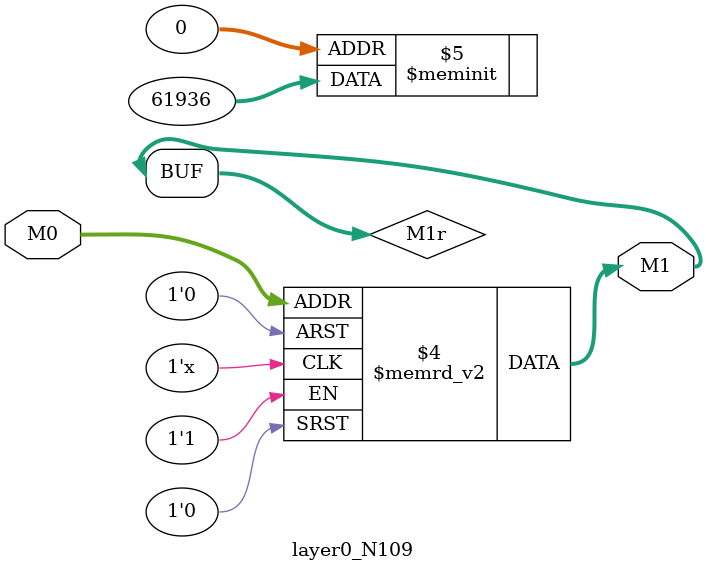
<source format=v>
module layer0_N109 ( input [3:0] M0, output [1:0] M1 );

	(*rom_style = "distributed" *) reg [1:0] M1r;
	assign M1 = M1r;
	always @ (M0) begin
		case (M0)
			4'b0000: M1r = 2'b00;
			4'b1000: M1r = 2'b00;
			4'b0100: M1r = 2'b01;
			4'b1100: M1r = 2'b00;
			4'b0010: M1r = 2'b11;
			4'b1010: M1r = 2'b00;
			4'b0110: M1r = 2'b11;
			4'b1110: M1r = 2'b00;
			4'b0001: M1r = 2'b00;
			4'b1001: M1r = 2'b00;
			4'b0101: M1r = 2'b00;
			4'b1101: M1r = 2'b00;
			4'b0011: M1r = 2'b11;
			4'b1011: M1r = 2'b00;
			4'b0111: M1r = 2'b11;
			4'b1111: M1r = 2'b00;

		endcase
	end
endmodule

</source>
